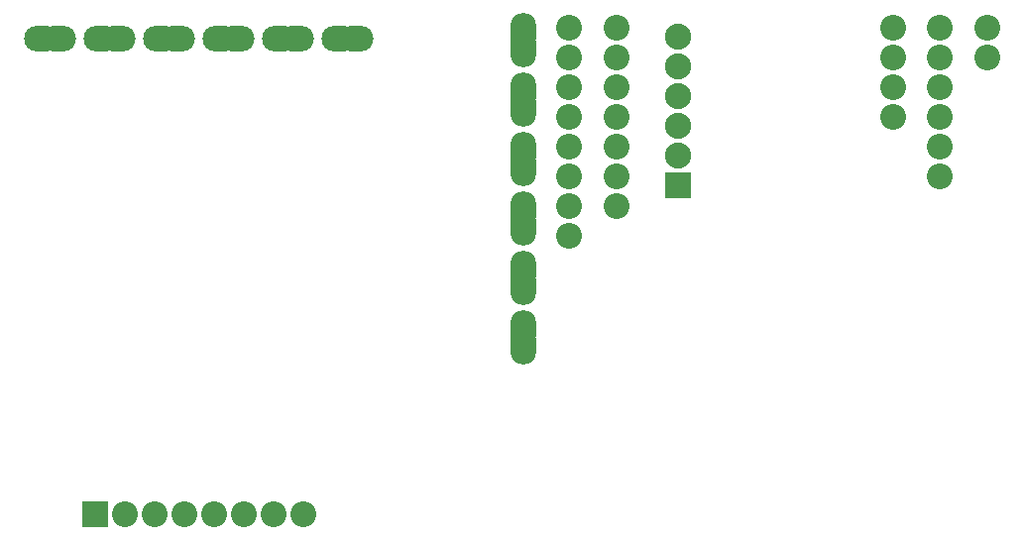
<source format=gbs>
G04*
G04 #@! TF.GenerationSoftware,Altium Limited,Altium Designer,22.5.1 (42)*
G04*
G04 Layer_Color=16711935*
%FSLAX44Y44*%
%MOMM*%
G71*
G04*
G04 #@! TF.SameCoordinates,428DBBA7-CA38-4E35-A069-69FE0EE86696*
G04*
G04*
G04 #@! TF.FilePolarity,Negative*
G04*
G01*
G75*
%ADD21C,2.2032*%
%ADD22R,2.2352X2.2352*%
%ADD23C,2.2352*%
%ADD24O,2.2032X3.2032*%
%ADD25O,3.0032X2.2032*%
%ADD26R,2.2032X2.2032*%
D21*
X140462Y203376D02*
D03*
Y228776D02*
D03*
X99822Y229086D02*
D03*
Y203686D02*
D03*
Y178286D02*
D03*
Y152886D02*
D03*
Y127486D02*
D03*
Y102086D02*
D03*
X60452Y229086D02*
D03*
Y203686D02*
D03*
Y178286D02*
D03*
Y152886D02*
D03*
X-175768Y76686D02*
D03*
Y102086D02*
D03*
Y127486D02*
D03*
Y152886D02*
D03*
Y178286D02*
D03*
Y203686D02*
D03*
Y229086D02*
D03*
X-216408D02*
D03*
Y203686D02*
D03*
Y178286D02*
D03*
Y152886D02*
D03*
Y127486D02*
D03*
Y102086D02*
D03*
Y76686D02*
D03*
Y51286D02*
D03*
X-596138Y-186514D02*
D03*
X-443738D02*
D03*
X-519938D02*
D03*
X-545338D02*
D03*
X-570738D02*
D03*
X-469138D02*
D03*
X-494538D02*
D03*
D22*
X-123698Y94156D02*
D03*
D23*
Y119556D02*
D03*
Y195756D02*
D03*
Y170356D02*
D03*
Y144956D02*
D03*
Y221156D02*
D03*
D24*
X-255778Y-42984D02*
D03*
Y-27784D02*
D03*
Y7816D02*
D03*
Y23016D02*
D03*
Y58616D02*
D03*
Y73816D02*
D03*
Y109416D02*
D03*
Y124616D02*
D03*
Y160216D02*
D03*
Y175416D02*
D03*
Y211016D02*
D03*
Y226216D02*
D03*
D25*
X-652438Y219886D02*
D03*
X-666838D02*
D03*
X-500038D02*
D03*
X-449238D02*
D03*
X-463638D02*
D03*
X-616038D02*
D03*
X-601638D02*
D03*
X-550838D02*
D03*
X-565238D02*
D03*
X-514438D02*
D03*
X-398438D02*
D03*
X-412838D02*
D03*
D26*
X-621538Y-186514D02*
D03*
M02*

</source>
